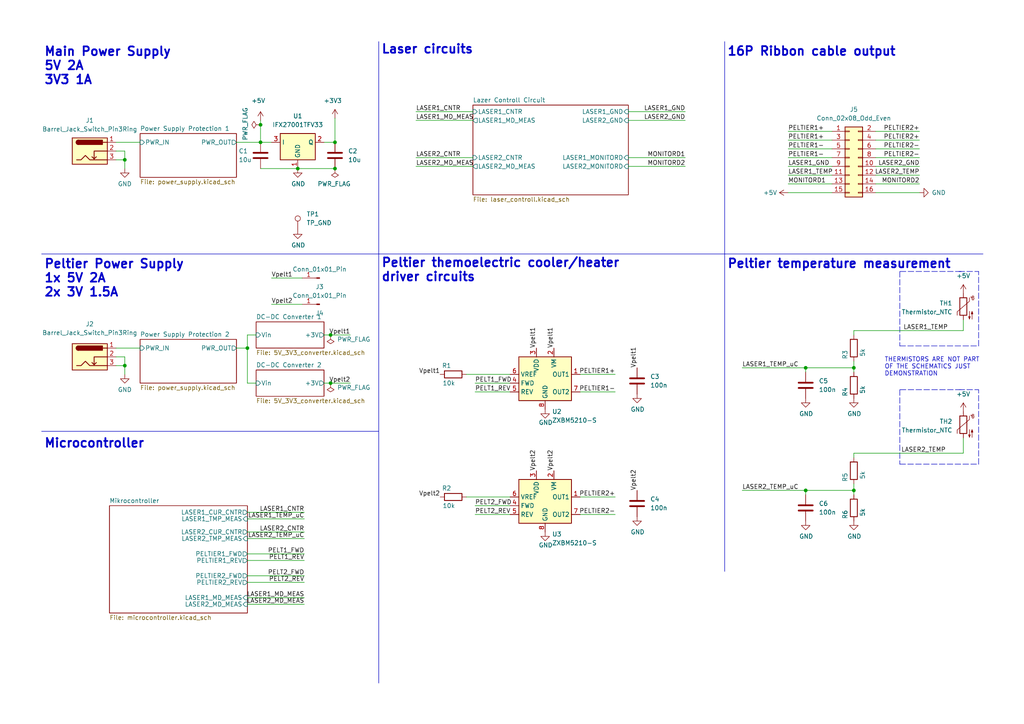
<source format=kicad_sch>
(kicad_sch (version 20230121) (generator eeschema)
  (paper "A4")
  (title_block (title "Laser controller board (Project Sheet)") (date "2023-06-27") (rev "R3.0") (company "Designed by Márk Mihalik"))
  (lib_symbols
    (symbol "Connector:Barrel_Jack_Switch_Pin3Ring" (pin_names hide)
      (property "Reference" "J" (at 0 5.334 0))
      (property "Value" "Barrel_Jack_Switch_Pin3Ring" (at 0 -5.08 0))
      (symbol "Barrel_Jack_Switch_Pin3Ring_0_1"
        (rectangle (start -5.08 3.81) (end 5.08 -3.81) (stroke (width 0.254)) (fill (type background)))
        (arc (start -3.302 3.175) (mid -3.9343 2.54) (end -3.302 1.905) (stroke (width 0.254)))
        (arc (start -3.302 3.175) (mid -3.9343 2.54) (end -3.302 1.905) (stroke (width 0.254)) (fill (type outline)))
        (polyline (pts (xy 1.27 -2.286) (xy 1.905 -1.651)) (stroke (width 0.254)))
        (polyline (pts (xy 5.08 2.54) (xy 3.81 2.54)) (stroke (width 0.254)))
        (polyline (pts (xy 5.08 0) (xy 1.27 0) (xy 1.27 -2.286) (xy 0.635 -1.651)) (stroke (width 0.254)))
        (polyline (pts (xy -3.81 -2.54) (xy -2.54 -2.54) (xy -1.27 -1.27) (xy 0 -2.54) (xy 2.54 -2.54) (xy 5.08 -2.54)) (stroke (width 0.254)))
        (rectangle (start 3.683 3.175) (end -3.302 1.905) (stroke (width 0.254)) (fill (type outline)))
      )
      (symbol "Barrel_Jack_Switch_Pin3Ring_1_1"
        (pin passive line (at 7.62 2.54 180) (length 2.54) (name "~") (number "1"))
        (pin passive line (at 7.62 0 180) (length 2.54) (name "~") (number "2"))
        (pin passive line (at 7.62 -2.54 180) (length 2.54) (name "~") (number "3"))
      )
    )
    (symbol "Connector:Conn_01x01_Pin" (pin_names (offset 1.016) hide)
      (property "Reference" "J" (at 0 2.54 0))
      (property "Value" "Conn_01x01_Pin" (at 0 -2.54 0))
      (symbol "Conn_01x01_Pin_1_1"
        (polyline (pts (xy 1.27 0) (xy 0.8636 0)) (stroke (width 0.1524)))
        (rectangle (start 0.8636 0.127) (end 0 -0.127) (stroke (width 0.1524)) (fill (type outline)))
        (pin passive line (at 5.08 0 180) (length 3.81) (name "Pin_1") (number "1"))
      )
    )
    (symbol "Connector:TestPoint" (pin_numbers hide) (pin_names (offset 0.762) hide)
      (property "Reference" "TP" (at 0 6.858 0))
      (property "Value" "TestPoint" (at 0 5.08 0))
      (symbol "TestPoint_0_1"
        (circle (center 0 3.302) (radius 0.762))
      )
      (symbol "TestPoint_1_1"
        (pin passive line (at 0 0 90) (length 2.54) (name "1") (number "1"))
      )
    )
    (symbol "Connector_Generic:Conn_02x08_Odd_Even" (pin_names (offset 1.016) hide)
      (property "Reference" "J" (at 1.27 10.16 0))
      (property "Value" "Conn_02x08_Odd_Even" (at 1.27 -12.7 0))
      (symbol "Conn_02x08_Odd_Even_1_1"
        (rectangle (start -1.27 -10.033) (end 0 -10.287) (stroke (width 0.1524)))
        (rectangle (start -1.27 -7.493) (end 0 -7.747) (stroke (width 0.1524)))
        (rectangle (start -1.27 -4.953) (end 0 -5.207) (stroke (width 0.1524)))
        (rectangle (start -1.27 -2.413) (end 0 -2.667) (stroke (width 0.1524)))
        (rectangle (start -1.27 0.127) (end 0 -0.127) (stroke (width 0.1524)))
        (rectangle (start -1.27 2.667) (end 0 2.413) (stroke (width 0.1524)))
        (rectangle (start -1.27 5.207) (end 0 4.953) (stroke (width 0.1524)))
        (rectangle (start -1.27 7.747) (end 0 7.493) (stroke (width 0.1524)))
        (rectangle (start -1.27 8.89) (end 3.81 -11.43) (stroke (width 0.254)) (fill (type background)))
        (rectangle (start 3.81 -10.033) (end 2.54 -10.287) (stroke (width 0.1524)))
        (rectangle (start 3.81 -7.493) (end 2.54 -7.747) (stroke (width 0.1524)))
        (rectangle (start 3.81 -4.953) (end 2.54 -5.207) (stroke (width 0.1524)))
        (rectangle (start 3.81 -2.413) (end 2.54 -2.667) (stroke (width 0.1524)))
        (rectangle (start 3.81 0.127) (end 2.54 -0.127) (stroke (width 0.1524)))
        (rectangle (start 3.81 2.667) (end 2.54 2.413) (stroke (width 0.1524)))
        (rectangle (start 3.81 5.207) (end 2.54 4.953) (stroke (width 0.1524)))
        (rectangle (start 3.81 7.747) (end 2.54 7.493) (stroke (width 0.1524)))
        (pin passive line (at -5.08 7.62 0) (length 3.81) (name "Pin_1") (number "1"))
        (pin passive line (at 7.62 -2.54 180) (length 3.81) (name "Pin_10") (number "10"))
        (pin passive line (at -5.08 -5.08 0) (length 3.81) (name "Pin_11") (number "11"))
        (pin passive line (at 7.62 -5.08 180) (length 3.81) (name "Pin_12") (number "12"))
        (pin passive line (at -5.08 -7.62 0) (length 3.81) (name "Pin_13") (number "13"))
        (pin passive line (at 7.62 -7.62 180) (length 3.81) (name "Pin_14") (number "14"))
        (pin passive line (at -5.08 -10.16 0) (length 3.81) (name "Pin_15") (number "15"))
        (pin passive line (at 7.62 -10.16 180) (length 3.81) (name "Pin_16") (number "16"))
        (pin passive line (at 7.62 7.62 180) (length 3.81) (name "Pin_2") (number "2"))
        (pin passive line (at -5.08 5.08 0) (length 3.81) (name "Pin_3") (number "3"))
        (pin passive line (at 7.62 5.08 180) (length 3.81) (name "Pin_4") (number "4"))
        (pin passive line (at -5.08 2.54 0) (length 3.81) (name "Pin_5") (number "5"))
        (pin passive line (at 7.62 2.54 180) (length 3.81) (name "Pin_6") (number "6"))
        (pin passive line (at -5.08 0 0) (length 3.81) (name "Pin_7") (number "7"))
        (pin passive line (at 7.62 0 180) (length 3.81) (name "Pin_8") (number "8"))
        (pin passive line (at -5.08 -2.54 0) (length 3.81) (name "Pin_9") (number "9"))
      )
    )
    (symbol "Device:C" (pin_numbers hide) (pin_names (offset 0.254))
      (property "Reference" "C" (at 0.635 2.54 0))
      (property "Value" "C" (at 0.635 -2.54 0))
      (symbol "C_0_1"
        (polyline (pts (xy -2.032 -0.762) (xy 2.032 -0.762)) (stroke (width 0.508)))
        (polyline (pts (xy -2.032 0.762) (xy 2.032 0.762)) (stroke (width 0.508)))
      )
      (symbol "C_1_1"
        (pin passive line (at 0 3.81 270) (length 2.794) (name "~") (number "1"))
        (pin passive line (at 0 -3.81 90) (length 2.794) (name "~") (number "2"))
      )
    )
    (symbol "Device:R" (pin_numbers hide) (pin_names (offset 0))
      (property "Reference" "R" (at 2.032 0 90))
      (property "Value" "R" (at 0 0 90))
      (symbol "R_0_1"
        (rectangle (start -1.016 -2.54) (end 1.016 2.54) (stroke (width 0.254)))
      )
      (symbol "R_1_1"
        (pin passive line (at 0 3.81 270) (length 1.27) (name "~") (number "1"))
        (pin passive line (at 0 -3.81 90) (length 1.27) (name "~") (number "2"))
      )
    )
    (symbol "Device:Thermistor_NTC" (pin_numbers hide) (pin_names (offset 0))
      (property "Reference" "TH" (at -4.445 0 90))
      (property "Value" "Thermistor_NTC" (at 3.175 0 90))
      (symbol "Thermistor_NTC_0_1"
        (arc (start -3.048 2.159) (mid -3.0505 2.3165) (end -3.175 2.413))
        (arc (start -3.048 2.159) (mid -2.9736 1.9794) (end -2.794 1.905))
        (arc (start -3.048 2.794) (mid -2.9736 2.6144) (end -2.794 2.54))
        (arc (start -2.794 1.905) (mid -2.6144 1.9794) (end -2.54 2.159))
        (arc (start -2.794 2.54) (mid -2.434 2.5608) (end -2.159 2.794))
        (arc (start -2.794 3.048) (mid -2.9736 2.9736) (end -3.048 2.794))
        (arc (start -2.54 2.794) (mid -2.6144 2.9736) (end -2.794 3.048))
        (rectangle (start -1.016 2.54) (end 1.016 -2.54) (stroke (width 0.254)))
        (polyline (pts (xy -2.54 2.159) (xy -2.54 2.794)))
        (polyline (pts (xy -1.778 2.54) (xy -1.778 1.524) (xy 1.778 -1.524) (xy 1.778 -2.54)))
        (polyline (pts (xy -2.54 -3.683) (xy -2.54 -1.397) (xy -2.794 -2.159) (xy -2.286 -2.159) (xy -2.54 -1.397) (xy -2.54 -1.651)) (fill (type outline)))
        (polyline (pts (xy -1.778 -1.397) (xy -1.778 -3.683) (xy -2.032 -2.921) (xy -1.524 -2.921) (xy -1.778 -3.683) (xy -1.778 -3.429)) (fill (type outline)))
      )
      (symbol "Thermistor_NTC_1_1"
        (pin passive line (at 0 3.81 270) (length 1.27) (name "~") (number "1"))
        (pin passive line (at 0 -3.81 90) (length 1.27) (name "~") (number "2"))
      )
    )
    (symbol "Driver_Motor:ZXBM5210-S"
      (property "Reference" "U" (at -7.62 8.89 0))
      (property "Value" "ZXBM5210-S" (at 10.16 8.89 0))
      (symbol "ZXBM5210-S_0_0"
        (pin output line (at 10.16 2.54 180) (length 2.54) (name "OUT1") (number "1"))
        (pin power_in line (at 2.54 10.16 270) (length 2.54) (name "VM") (number "2"))
        (pin power_in line (at -2.54 10.16 270) (length 2.54) (name "VDD") (number "3"))
        (pin input line (at -10.16 0 0) (length 2.54) (name "FWD") (number "4"))
        (pin input line (at -10.16 -2.54 0) (length 2.54) (name "REV") (number "5"))
        (pin input line (at -10.16 2.54 0) (length 2.54) (name "VREF") (number "6"))
        (pin output line (at 10.16 -2.54 180) (length 2.54) (name "OUT2") (number "7"))
        (pin power_in line (at 0 -7.62 90) (length 2.54) (name "GND") (number "8"))
      )
      (symbol "ZXBM5210-S_0_1"
        (rectangle (start -7.62 7.62) (end 7.62 -5.08) (stroke (width 0.254)) (fill (type background)))
      )
    )
    (symbol "Regulator_Linear:IFX27001TFV33"
      (property "Reference" "U" (at 0 6.35 0))
      (property "Value" "IFX27001TFV33" (at 0 3.81 0))
      (symbol "IFX27001TFV33_1_1"
        (rectangle (start -5.08 2.54) (end 5.08 -5.08) (stroke (width 0.254)) (fill (type background)))
        (pin power_in line (at 0 -7.62 90) (length 2.54) (name "GND") (number "1"))
        (pin power_out line (at 7.62 0 180) (length 2.54) (name "Q") (number "2"))
        (pin power_in line (at -7.62 0 0) (length 2.54) (name "I") (number "3"))
      )
    )
    (symbol "power:+3V3" (power) (pin_names (offset 0))
      (property "Value" "+3V3" (at 0 3.556 0))
      (symbol "+3V3_0_1"
        (polyline (pts (xy -0.762 1.27) (xy 0 2.54)))
        (polyline (pts (xy 0 0) (xy 0 2.54)))
        (polyline (pts (xy 0 2.54) (xy 0.762 1.27)))
      )
      (symbol "+3V3_1_1"
        (pin power_in line (at 0 0 90) (length 0) hide (name "+3V3") (number "1"))
      )
    )
    (symbol "power:+5V" (power) (pin_names (offset 0))
      (property "Value" "+5V" (at 0 3.556 0))
      (symbol "+5V_0_1"
        (polyline (pts (xy -0.762 1.27) (xy 0 2.54)))
        (polyline (pts (xy 0 0) (xy 0 2.54)))
        (polyline (pts (xy 0 2.54) (xy 0.762 1.27)))
      )
      (symbol "+5V_1_1"
        (pin power_in line (at 0 0 90) (length 0) hide (name "+5V") (number "1"))
      )
    )
    (symbol "power:GND" (power) (pin_names (offset 0))
      (property "Value" "GND" (at 0 -3.81 0))
      (symbol "GND_0_1"
        (polyline (pts (xy 0 0) (xy 0 -1.27) (xy 1.27 -1.27) (xy 0 -2.54) (xy -1.27 -1.27) (xy 0 -1.27)))
      )
      (symbol "GND_1_1"
        (pin power_in line (at 0 0 270) (length 0) hide (name "GND") (number "1"))
      )
    )
    (symbol "power:PWR_FLAG" (power) (pin_numbers hide) (pin_names (offset 0) hide)
      (property "Value" "PWR_FLAG" (at 0 3.81 0))
      (symbol "PWR_FLAG_0_0"
        (pin power_out line (at 0 0 90) (length 0) (name "pwr") (number "1"))
      )
      (symbol "PWR_FLAG_0_1"
        (polyline (pts (xy 0 0) (xy 0 1.27) (xy -1.016 1.905) (xy 0 2.54) (xy 1.016 1.905) (xy 0 1.27)))
      )
    )
  )
  (junction (at 97.155 48.895))
  (junction (at 233.68 106.68))
  (junction (at 36.195 106.045))
  (junction (at 86.36 48.895))
  (junction (at 247.65 142.24))
  (junction (at 247.65 106.68))
  (junction (at 75.565 41.275))
  (junction (at 71.755 100.965))
  (junction (at 75.565 36.195))
  (junction (at 95.885 97.155))
  (junction (at 36.195 46.355))
  (junction (at 233.68 142.24))
  (junction (at 97.155 41.275))
  (junction (at 95.885 111.125))
  (wire (pts (xy 95.885 97.155) (xy 101.6 97.155)))
  (wire (pts (xy 233.68 142.24) (xy 247.65 142.24)))
  (polyline (pts (xy 260.985 78.74) (xy 260.985 100.33)) (stroke (width 0) (type dash)))
  (wire (pts (xy 168.275 149.225) (xy 178.435 149.225)))
  (wire (pts (xy 97.155 34.29) (xy 97.155 41.275)))
  (wire (pts (xy 279.4 127) (xy 279.4 131.445)))
  (wire (pts (xy 78.74 80.645) (xy 87.63 80.645)))
  (wire (pts (xy 241.3 48.26) (xy 228.6 48.26)))
  (wire (pts (xy 78.74 88.265) (xy 87.63 88.265)))
  (wire (pts (xy 36.195 48.895) (xy 36.195 46.355)))
  (wire (pts (xy 241.3 38.1) (xy 228.6 38.1)))
  (wire (pts (xy 68.58 41.275) (xy 75.565 41.275)))
  (wire (pts (xy 71.755 150.495) (xy 88.265 150.495)))
  (wire (pts (xy 247.65 104.775) (xy 247.65 106.68)))
  (wire (pts (xy 71.755 173.355) (xy 88.265 173.355)))
  (wire (pts (xy 71.755 100.965) (xy 68.58 100.965)))
  (polyline (pts (xy 260.985 100.33) (xy 283.845 100.33)) (stroke (width 0) (type dash)))
  (wire (pts (xy 254 40.64) (xy 266.7 40.64)))
  (wire (pts (xy 247.65 131.445) (xy 279.4 131.445)))
  (polyline (pts (xy 283.845 100.33) (xy 283.845 78.74)) (stroke (width 0) (type dash)))
  (wire (pts (xy 247.65 142.24) (xy 247.65 143.51)))
  (wire (pts (xy 71.755 167.005) (xy 88.265 167.005)))
  (wire (pts (xy 33.655 103.505) (xy 36.195 103.505)))
  (polyline (pts (xy 260.985 113.03) (xy 260.985 134.62)) (stroke (width 0) (type dash)))
  (wire (pts (xy 33.655 46.355) (xy 36.195 46.355)))
  (wire (pts (xy 254 45.72) (xy 266.7 45.72)))
  (wire (pts (xy 228.6 53.34) (xy 241.3 53.34)))
  (wire (pts (xy 74.295 97.155) (xy 71.755 97.155)))
  (wire (pts (xy 137.16 32.385) (xy 120.65 32.385)))
  (wire (pts (xy 75.565 41.275) (xy 78.74 41.275)))
  (polyline (pts (xy 109.855 12.065) (xy 109.855 73.66)))
  (wire (pts (xy 241.3 40.64) (xy 228.6 40.64)))
  (wire (pts (xy 135.255 144.145) (xy 147.955 144.145)))
  (wire (pts (xy 247.65 106.68) (xy 233.68 106.68)))
  (polyline (pts (xy 12.065 125.095) (xy 109.855 125.095)))
  (wire (pts (xy 71.755 162.56) (xy 88.265 162.56)))
  (wire (pts (xy 168.275 113.665) (xy 178.435 113.665)))
  (wire (pts (xy 215.265 142.24) (xy 233.68 142.24)))
  (wire (pts (xy 93.98 111.125) (xy 95.885 111.125)))
  (wire (pts (xy 137.795 146.685) (xy 147.955 146.685)))
  (wire (pts (xy 254 50.8) (xy 266.7 50.8)))
  (wire (pts (xy 254 38.1) (xy 266.7 38.1)))
  (polyline (pts (xy 283.845 134.62) (xy 283.845 113.03)) (stroke (width 0) (type dash)))
  (wire (pts (xy 247.65 106.68) (xy 247.65 107.95)))
  (polyline (pts (xy 12.065 73.66) (xy 109.855 73.66)))
  (wire (pts (xy 168.275 108.585) (xy 178.435 108.585)))
  (wire (pts (xy 254 53.34) (xy 266.7 53.34)))
  (wire (pts (xy 93.98 97.155) (xy 95.885 97.155)))
  (wire (pts (xy 75.565 34.925) (xy 75.565 36.195)))
  (wire (pts (xy 75.565 48.895) (xy 86.36 48.895)))
  (wire (pts (xy 71.755 154.305) (xy 88.265 154.305)))
  (polyline (pts (xy 210.185 12.065) (xy 210.185 165.735)))
  (wire (pts (xy 241.3 45.72) (xy 228.6 45.72)))
  (wire (pts (xy 33.655 41.275) (xy 40.64 41.275)))
  (wire (pts (xy 71.755 156.21) (xy 88.265 156.21)))
  (polyline (pts (xy 278.765 78.74) (xy 260.985 78.74)) (stroke (width 0) (type dash)))
  (wire (pts (xy 33.655 43.815) (xy 36.195 43.815)))
  (wire (pts (xy 33.655 100.965) (xy 40.64 100.965)))
  (polyline (pts (xy 278.13 78.74) (xy 283.845 78.74)) (stroke (width 0) (type dash)))
  (wire (pts (xy 241.3 50.8) (xy 228.6 50.8)))
  (wire (pts (xy 233.68 143.51) (xy 233.68 142.24)))
  (wire (pts (xy 86.36 48.895) (xy 97.155 48.895)))
  (wire (pts (xy 74.295 111.125) (xy 71.755 111.125)))
  (polyline (pts (xy 109.855 73.66) (xy 109.855 198.12)))
  (wire (pts (xy 71.755 160.655) (xy 88.265 160.655)))
  (wire (pts (xy 279.4 95.885) (xy 279.4 92.71)))
  (wire (pts (xy 266.7 55.88) (xy 254 55.88)))
  (wire (pts (xy 254 43.18) (xy 266.7 43.18)))
  (wire (pts (xy 198.755 32.385) (xy 182.245 32.385)))
  (wire (pts (xy 36.195 106.045) (xy 36.195 103.505)))
  (wire (pts (xy 36.195 108.585) (xy 36.195 106.045)))
  (wire (pts (xy 228.6 55.88) (xy 241.3 55.88)))
  (wire (pts (xy 137.795 111.125) (xy 147.955 111.125)))
  (wire (pts (xy 247.65 95.885) (xy 279.4 95.885)))
  (wire (pts (xy 93.98 41.275) (xy 97.155 41.275)))
  (wire (pts (xy 36.195 46.355) (xy 36.195 43.815)))
  (polyline (pts (xy 278.765 113.03) (xy 260.985 113.03)) (stroke (width 0) (type dash)))
  (wire (pts (xy 33.655 106.045) (xy 36.195 106.045)))
  (wire (pts (xy 247.65 140.335) (xy 247.65 142.24)))
  (wire (pts (xy 137.795 113.665) (xy 147.955 113.665)))
  (wire (pts (xy 71.755 148.59) (xy 88.265 148.59)))
  (wire (pts (xy 137.16 48.26) (xy 120.65 48.26)))
  (wire (pts (xy 75.565 36.195) (xy 75.565 41.275)))
  (wire (pts (xy 168.275 144.145) (xy 178.435 144.145)))
  (wire (pts (xy 247.65 131.445) (xy 247.65 132.715)))
  (polyline (pts (xy 210.185 73.66) (xy 285.115 73.66)))
  (wire (pts (xy 182.245 45.72) (xy 198.755 45.72)))
  (wire (pts (xy 71.755 168.91) (xy 88.265 168.91)))
  (wire (pts (xy 215.265 106.68) (xy 233.68 106.68)))
  (polyline (pts (xy 260.985 134.62) (xy 283.845 134.62)) (stroke (width 0) (type dash)))
  (wire (pts (xy 120.65 45.72) (xy 137.16 45.72)))
  (wire (pts (xy 137.795 149.225) (xy 147.955 149.225)))
  (polyline (pts (xy 278.13 113.03) (xy 283.845 113.03)) (stroke (width 0) (type dash)))
  (wire (pts (xy 241.3 43.18) (xy 228.6 43.18)))
  (wire (pts (xy 95.885 111.125) (xy 101.6 111.125)))
  (wire (pts (xy 198.755 34.925) (xy 182.245 34.925)))
  (wire (pts (xy 120.65 34.925) (xy 137.16 34.925)))
  (wire (pts (xy 71.755 111.125) (xy 71.755 100.965)))
  (wire (pts (xy 182.245 48.26) (xy 198.755 48.26)))
  (polyline (pts (xy 109.855 73.66) (xy 210.185 73.66)))
  (wire (pts (xy 135.255 108.585) (xy 147.955 108.585)))
  (wire (pts (xy 71.755 97.155) (xy 71.755 100.965)))
  (wire (pts (xy 233.68 106.68) (xy 233.68 107.95)))
  (wire (pts (xy 71.755 175.26) (xy 88.265 175.26)))
  (wire (pts (xy 247.65 97.155) (xy 247.65 95.885)))
  (wire (pts (xy 254 48.26) (xy 266.7 48.26)))
  (text "Peltier themoelectric cooler/heater\ndriver circuits" (at 110.49 81.915 0) (effects (font (size 2.54 2.54) (thickness 0.508) bold) (justify left bottom)))
  (text "16P Ribbon cable output" (at 210.82 16.51 0) (effects (font (size 2.54 2.54) (thickness 0.508) bold) (justify left bottom)))
  (text "Microcontroller" (at 12.7 130.175 0) (effects (font (size 2.54 2.54) (thickness 0.508) bold) (justify left bottom)))
  (text "Peltier Power Supply\n1x 5V 2A \n2x 3V 1.5A" (at 12.7 86.36 0) (effects (font (size 2.54 2.54) (thickness 0.508) bold) (justify left bottom)))
  (text "Main Power Supply\n5V 2A \n3V3 1A" (at 12.7 24.765 0) (effects (font (size 2.54 2.54) (thickness 0.508) bold) (justify left bottom)))
  (text "THERMISTORS ARE NOT PART \nOF THE SCHEMATICS JUST \nDEMONSTRATION\n" (at 256.54 109.22 0) (effects (font (size 1.27 1.27)) (justify left bottom)))
  (text "Peltier temperature measurement" (at 210.82 78.105 0) (effects (font (size 2.54 2.54) (thickness 0.508) bold) (justify left bottom)))
  (text "Laser circuits" (at 110.49 15.875 0) (effects (font (size 2.54 2.54) bold) (justify left bottom)))
  (label "LASER1_TEMP" (at 228.6 50.8 0))
  (label "PELTIER2+" (at 178.435 144.145 180))
  (label "PELTIER2+" (at 266.7 40.64 180))
  (label "Vpelt2" (at 155.575 136.525 90))
  (label "LASER2_TEMP" (at 274.32 131.445 180))
  (label "PELTIER1-" (at 228.6 43.18 0))
  (label "Vpelt1" (at 155.575 100.965 90))
  (label "Vpelt1" (at 101.6 97.155 180))
  (label "LASER1_GND" (at 198.755 32.385 180))
  (label "Vpelt1" (at 78.74 80.645 0))
  (label "Vpelt2" (at 160.655 136.525 90))
  (label "LASER1_TEMP_uC" (at 215.265 106.68 0))
  (label "PELT2_REV" (at 137.795 149.225 0))
  (label "LASER2_CNTR" (at 88.265 154.305 180))
  (label "PELT1_REV" (at 88.265 162.56 180))
  (label "LASER1_MD_MEAS" (at 120.65 34.925 0))
  (label "PELT1_FWD" (at 137.795 111.125 0))
  (label "MONITORD1" (at 198.755 45.72 180))
  (label "Vpelt1" (at 127.635 108.585 180))
  (label "PELTIER1-" (at 178.435 113.665 180))
  (label "LASER1_MD_MEAS" (at 88.265 173.355 180))
  (label "LASER1_TEMP" (at 274.955 95.885 180))
  (label "PELT2_REV" (at 88.265 168.91 180))
  (label "PELT1_REV" (at 137.795 113.665 0))
  (label "LASER1_GND" (at 228.6 48.26 0))
  (label "LASER1_CNTR" (at 88.265 148.59 180))
  (label "LASER2_CNTR" (at 120.65 45.72 0))
  (label "PELTIER1-" (at 228.6 45.72 0))
  (label "LASER2_GND" (at 266.7 48.26 180))
  (label "LASER2_MD_MEAS" (at 120.65 48.26 0))
  (label "LASER2_GND" (at 198.755 34.925 180))
  (label "PELT2_FWD" (at 88.265 167.005 180))
  (label "Vpelt2" (at 101.6 111.125 180))
  (label "PELT2_FWD" (at 137.795 146.685 0))
  (label "PELTIER1+" (at 178.435 108.585 180))
  (label "LASER1_TEMP_uC" (at 88.265 150.495 180))
  (label "MONITORD1" (at 228.6 53.34 0))
  (label "LASER2_TEMP_uC" (at 88.265 156.21 180))
  (label "PELTIER1+" (at 228.6 38.1 0))
  (label "LASER1_CNTR" (at 120.65 32.385 0))
  (label "MONITORD2" (at 266.7 53.34 180))
  (label "Vpelt1" (at 184.785 106.68 90))
  (label "LASER2_TEMP" (at 266.7 50.8 180))
  (label "MONITORD2" (at 198.755 48.26 180))
  (label "Vpelt2" (at 184.785 142.24 90))
  (label "PELTIER2-" (at 178.435 149.225 180))
  (label "PELTIER2-" (at 266.7 43.18 180))
  (label "Vpelt2" (at 78.74 88.265 0))
  (label "Vpelt1" (at 160.655 100.965 90))
  (label "PELTIER2-" (at 266.7 45.72 180))
  (label "PELT1_FWD" (at 88.265 160.655 180))
  (label "LASER2_MD_MEAS" (at 88.265 175.26 180))
  (label "LASER2_TEMP_uC" (at 215.265 142.24 0))
  (label "PELTIER2+" (at 266.7 38.1 180))
  (label "PELTIER1+" (at 228.6 40.64 0))
  (label "Vpelt2" (at 127.635 144.145 180))
  (symbol (lib_id "power:GND") (at 247.65 151.13 0) (unit 1)
    (property "Reference" "#PWR015" (effects hide))
    (property "Value" "GND" (at 245.745 155.575 0) (effects (justify left)))
  )
  (symbol (lib_id "Device:R") (at 131.445 144.145 90) (unit 1)
    (property "Reference" "R2" (at 129.54 141.605 90))
    (property "Value" "10k" (at 130.175 146.685 90))
    (property "Footprint" "Resistor_SMD:R_0805_2012Metric_Pad1.20x1.40mm_HandSolder" (effects hide))
    (property "Lomex" "80-54-49" (effects hide))
  )
  (symbol (lib_id "power:GND") (at 266.7 55.88 90) (mirror x) (unit 1)
    (property "Reference" "#PWR016" (effects hide))
    (property "Value" "GND" (at 274.32 55.88 90) (effects (justify left)))
  )
  (symbol (lib_id "power:GND") (at 158.115 118.745 0) (unit 1)
    (property "Reference" "#PWR07" (effects hide))
    (property "Value" "GND" (at 156.21 122.555 0) (effects (justify left)))
  )
  (symbol (lib_id "power:PWR_FLAG") (at 97.155 48.895 180) (unit 1)
    (property "Reference" "#FLG04" (effects hide))
    (property "Value" "PWR_FLAG" (at 92.075 53.34 0) (effects (justify right)))
  )
  (symbol (lib_id "power:GND") (at 184.785 149.86 0) (unit 1)
    (property "Reference" "#PWR010" (effects hide))
    (property "Value" "GND" (at 182.88 154.305 0) (effects (justify left)))
  )
  (symbol (lib_id "power:PWR_FLAG") (at 75.565 36.195 90) (unit 1)
    (property "Reference" "#FLG01" (effects hide))
    (property "Value" "PWR_FLAG" (at 71.12 31.115 0) (effects (justify right)))
  )
  (symbol (lib_id "Device:C") (at 75.565 45.085 0) (unit 1)
    (property "Reference" "C1" (at 69.215 43.815 0) (effects (justify left)))
    (property "Value" "10u" (at 69.215 46.355 0) (effects (justify left)))
    (property "Footprint" "Capacitor_SMD:C_0805_2012Metric_Pad1.18x1.45mm_HandSolder" (effects hide))
    (property "Lomex" "82-17-06" (effects hide))
  )
  (symbol (lib_id "Device:R") (at 247.65 136.525 180) (unit 1)
    (property "Reference" "R5" (at 245.11 138.43 90))
    (property "Value" "5k" (at 250.19 137.795 90))
    (property "Footprint" "Resistor_SMD:R_0805_2012Metric_Pad1.20x1.40mm_HandSolder" (effects hide))
    (property "Lomex" "80-54-49" (effects hide))
  )
  (symbol (lib_id "Device:Thermistor_NTC") (at 279.4 88.9 0) (mirror y) (unit 1) (in_bom no) (on_board no)
    (property "Reference" "TH1" (at 276.225 87.9474 0) (effects (justify left)))
    (property "Value" "Thermistor_NTC" (at 276.225 90.4874 0) (effects (justify left)))
  )
  (symbol (lib_id "Device:R") (at 247.65 111.76 180) (unit 1)
    (property "Reference" "R4" (at 245.11 113.665 90))
    (property "Value" "5k" (at 250.19 113.03 90))
    (property "Footprint" "Resistor_SMD:R_0805_2012Metric_Pad1.20x1.40mm_HandSolder" (effects hide))
    (property "Lomex" "80-54-49" (effects hide))
  )
  (symbol (lib_id "Connector:Conn_01x01_Pin") (at 92.71 80.645 180) (unit 1)
    (property "Reference" "J3" (at 92.71 83.185 0))
    (property "Value" "Conn_01x01_Pin" (at 92.71 78.105 0))
    (property "Footprint" "Connector_PinHeader_2.54mm:PinHeader_1x01_P2.54mm_Vertical" (effects hide))
  )
  (symbol (lib_id "power:GND") (at 158.115 154.305 0) (unit 1)
    (property "Reference" "#PWR08" (effects hide))
    (property "Value" "GND" (at 156.21 158.115 0) (effects (justify left)))
  )
  (symbol (lib_id "power:GND") (at 36.195 108.585 0) (unit 1)
    (property "Reference" "#PWR02" (effects hide))
    (property "Value" "GND" (at 36.195 113.03 0))
  )
  (symbol (lib_id "Connector:Barrel_Jack_Switch_Pin3Ring") (at 26.035 103.505 0) (unit 1)
    (property "Reference" "J2" (at 26.035 93.98 0))
    (property "Value" "Barrel_Jack_Switch_Pin3Ring" (at 26.035 96.52 0))
    (property "Footprint" "Connector_BarrelJack:BarrelJack_Horizontal" (effects hide))
    (property "Lomex" "43-07-67" (effects hide))
  )
  (symbol (lib_id "power:GND") (at 184.785 114.3 0) (unit 1)
    (property "Reference" "#PWR09" (effects hide))
    (property "Value" "GND" (at 182.88 118.745 0) (effects (justify left)))
  )
  (symbol (lib_id "Driver_Motor:ZXBM5210-S") (at 158.115 146.685 0) (unit 1)
    (property "Reference" "U3" (at 160.1344 154.94 0) (effects (justify left)))
    (property "Value" "ZXBM5210-S" (at 160.1344 157.48 0) (effects (justify left)))
    (property "Footprint" "Package_SO:SOIC-8_3.9x4.9mm_P1.27mm" (effects hide))
    (property "Datasheet" "https://www.diodes.com/assets/Datasheets/ZXBM5210.pdf" (effects hide))
    (property "Mouser" "621-ZXBM5210-S-13" (effects hide))
  )
  (symbol (lib_id "Regulator_Linear:IFX27001TFV33") (at 86.36 41.275 0) (unit 1)
    (property "Reference" "U1" (at 86.36 33.655 0))
    (property "Value" "IFX27001TFV33" (at 86.36 36.195 0))
    (property "Footprint" "Package_TO_SOT_SMD:TO-252-3_TabPin2" (effects hide))
    (property "Datasheet" "https://static6.arrow.com/aropdfconversion/dc75757ae45a88e5f69bdce3f2a651a5fe0ca07d/ifx27001_ds_10.pdf" (effects hide))
    (property "Replacement" "NCP1117DT33G" (effects hide))
    (property "Lomex" "89-25-59" (effects hide))
  )
  (symbol (lib_id "Device:Thermistor_NTC") (at 279.4 123.19 0) (mirror y) (unit 1) (in_bom no) (on_board no)
    (property "Reference" "TH2" (at 276.225 122.2374 0) (effects (justify left)))
    (property "Value" "Thermistor_NTC" (at 276.225 124.7774 0) (effects (justify left)))
  )
  (symbol (lib_id "Device:R") (at 247.65 100.965 180) (unit 1)
    (property "Reference" "R3" (at 245.11 102.87 90))
    (property "Value" "5k" (at 250.19 102.235 90))
    (property "Footprint" "Resistor_SMD:R_0805_2012Metric_Pad1.20x1.40mm_HandSolder" (effects hide))
    (property "Lomex" "80-54-49" (effects hide))
  )
  (symbol (lib_id "power:GND") (at 233.68 115.57 0) (unit 1)
    (property "Reference" "#PWR012" (effects hide))
    (property "Value" "GND" (at 231.775 120.015 0) (effects (justify left)))
  )
  (symbol (lib_id "power:+5V") (at 75.565 34.925 0) (unit 1)
    (property "Reference" "#PWR03" (effects hide))
    (property "Value" "+5V" (at 74.93 29.21 0))
  )
  (symbol (lib_id "Connector:Conn_01x01_Pin") (at 92.71 88.265 180) (unit 1)
    (property "Reference" "J4" (at 92.71 90.805 0))
    (property "Value" "Conn_01x01_Pin" (at 92.71 85.725 0))
    (property "Footprint" "Connector_PinHeader_2.54mm:PinHeader_1x01_P2.54mm_Vertical" (effects hide))
  )
  (symbol (lib_id "power:GND") (at 36.195 48.895 0) (unit 1)
    (property "Reference" "#PWR01" (effects hide))
    (property "Value" "GND" (at 36.195 53.34 0))
  )
  (symbol (lib_id "Connector:TestPoint") (at 86.36 66.675 0) (unit 1)
    (property "Reference" "TP1" (at 88.9 62.1029 0) (effects (justify left)))
    (property "Value" "TP_GND" (at 88.9 64.6429 0) (effects (justify left)))
    (property "Footprint" "Connector_PinHeader_2.54mm:PinHeader_1x01_P2.54mm_Vertical" (effects hide))
  )
  (symbol (lib_id "power:GND") (at 86.36 48.895 0) (unit 1)
    (property "Reference" "#PWR04" (effects hide))
    (property "Value" "GND" (at 84.455 53.34 0) (effects (justify left)))
  )
  (symbol (lib_id "Driver_Motor:ZXBM5210-S") (at 158.115 111.125 0) (unit 1)
    (property "Reference" "U2" (at 160.1344 119.38 0) (effects (justify left)))
    (property "Value" "ZXBM5210-S" (at 160.1344 121.92 0) (effects (justify left)))
    (property "Footprint" "Package_SO:SOIC-8_3.9x4.9mm_P1.27mm" (effects hide))
    (property "Datasheet" "https://www.diodes.com/assets/Datasheets/ZXBM5210.pdf" (effects hide))
    (property "Mouser" "621-ZXBM5210-S-13" (effects hide))
  )
  (symbol (lib_id "power:GND") (at 247.65 115.57 0) (unit 1)
    (property "Reference" "#PWR014" (effects hide))
    (property "Value" "GND" (at 245.745 120.015 0) (effects (justify left)))
  )
  (symbol (lib_id "power:+5V") (at 279.4 85.09 0) (unit 1)
    (property "Reference" "#PWR017" (effects hide))
    (property "Value" "+5V" (at 279.4 80.01 0))
  )
  (symbol (lib_id "power:+3V3") (at 97.155 34.29 0) (unit 1)
    (property "Reference" "#PWR06" (effects hide))
    (property "Value" "+3V3" (at 96.52 29.21 0))
  )
  (symbol (lib_id "power:+5V") (at 228.6 55.88 90) (mirror x) (unit 1)
    (property "Reference" "#PWR011" (effects hide))
    (property "Value" "+5V" (at 225.425 55.8799 90) (effects (justify left)))
  )
  (symbol (lib_id "Device:C") (at 97.155 45.085 0) (unit 1)
    (property "Reference" "C2" (at 100.965 43.8149 0) (effects (justify left)))
    (property "Value" "10u" (at 100.965 46.3549 0) (effects (justify left)))
    (property "Footprint" "Capacitor_SMD:C_0805_2012Metric_Pad1.18x1.45mm_HandSolder" (effects hide))
    (property "Lomex" "82-17-06" (effects hide))
  )
  (symbol (lib_id "Device:C") (at 184.785 146.05 0) (unit 1)
    (property "Reference" "C4" (at 188.595 144.7799 0) (effects (justify left)))
    (property "Value" "100n" (at 188.595 147.3199 0) (effects (justify left)))
    (property "Footprint" "Capacitor_SMD:C_0805_2012Metric_Pad1.18x1.45mm_HandSolder" (effects hide))
    (property "Lomex" "82-13-46" (effects hide))
  )
  (symbol (lib_id "Device:C") (at 184.785 110.49 0) (unit 1)
    (property "Reference" "C3" (at 188.595 109.2199 0) (effects (justify left)))
    (property "Value" "100n" (at 188.595 111.7599 0) (effects (justify left)))
    (property "Footprint" "Capacitor_SMD:C_0805_2012Metric_Pad1.18x1.45mm_HandSolder" (effects hide))
    (property "Lomex" "82-13-46" (effects hide))
  )
  (symbol (lib_id "Device:R") (at 131.445 108.585 90) (unit 1)
    (property "Reference" "R1" (at 129.54 106.045 90))
    (property "Value" "10k" (at 130.175 111.125 90))
    (property "Footprint" "Resistor_SMD:R_0805_2012Metric_Pad1.20x1.40mm_HandSolder" (effects hide))
    (property "Lomex" "80-54-49" (effects hide))
  )
  (symbol (lib_id "power:PWR_FLAG") (at 95.885 111.125 180) (unit 1)
    (property "Reference" "#FLG03" (effects hide))
    (property "Value" "PWR_FLAG" (at 97.79 112.3949 0) (effects (justify right)))
  )
  (symbol (lib_id "Device:C") (at 233.68 111.76 0) (unit 1)
    (property "Reference" "C5" (at 237.49 110.4899 0) (effects (justify left)))
    (property "Value" "100n" (at 237.49 113.0299 0) (effects (justify left)))
    (property "Footprint" "Capacitor_SMD:C_0805_2012Metric_Pad1.18x1.45mm_HandSolder" (effects hide))
    (property "Lomex" "82-13-46" (effects hide))
  )
  (symbol (lib_id "Connector_Generic:Conn_02x08_Odd_Even") (at 246.38 45.72 0) (unit 1)
    (property "Reference" "J5" (at 247.65 31.75 0))
    (property "Value" "Conn_02x08_Odd_Even" (at 247.65 34.29 0))
    (property "Footprint" "Connector_IDC:IDC-Header_2x08_P2.54mm_Latch_Vertical" (effects hide))
    (property "Lomex" "43-01-07" (effects hide))
  )
  (symbol (lib_id "power:+5V") (at 279.4 119.38 0) (unit 1)
    (property "Reference" "#PWR018" (effects hide))
    (property "Value" "+5V" (at 279.4 114.3 0))
  )
  (symbol (lib_id "Connector:Barrel_Jack_Switch_Pin3Ring") (at 26.035 43.815 0) (unit 1)
    (property "Reference" "J1" (at 26.035 34.925 0))
    (property "Value" "Barrel_Jack_Switch_Pin3Ring" (at 26.035 37.465 0))
    (property "Footprint" "Connector_BarrelJack:BarrelJack_Horizontal" (effects hide))
    (property "Lomex" "43-07-67" (effects hide))
  )
  (symbol (lib_id "power:GND") (at 233.68 151.13 0) (unit 1)
    (property "Reference" "#PWR013" (effects hide))
    (property "Value" "GND" (at 231.775 155.575 0) (effects (justify left)))
  )
  (symbol (lib_id "Device:R") (at 247.65 147.32 180) (unit 1)
    (property "Reference" "R6" (at 245.11 149.225 90))
    (property "Value" "5k" (at 250.19 148.59 90))
    (property "Footprint" "Resistor_SMD:R_0805_2012Metric_Pad1.20x1.40mm_HandSolder" (effects hide))
    (property "Lomex" "80-54-49" (effects hide))
  )
  (symbol (lib_id "Device:C") (at 233.68 147.32 0) (unit 1)
    (property "Reference" "C6" (at 237.49 146.0499 0) (effects (justify left)))
    (property "Value" "100n" (at 237.49 148.5899 0) (effects (justify left)))
    (property "Footprint" "Capacitor_SMD:C_0805_2012Metric_Pad1.18x1.45mm_HandSolder" (effects hide))
    (property "Lomex" "82-13-46" (effects hide))
  )
  (symbol (lib_id "power:PWR_FLAG") (at 95.885 97.155 180) (unit 1)
    (property "Reference" "#FLG02" (effects hide))
    (property "Value" "PWR_FLAG" (at 97.79 98.4249 0) (effects (justify right)))
  )
  (symbol (lib_id "power:GND") (at 86.36 66.675 0) (unit 1)
    (property "Reference" "#PWR05" (effects hide))
    (property "Value" "GND" (at 84.455 71.12 0) (effects (justify left)))
  )
  (sheet (at 40.64 98.425) (size 27.94 12.7) (stroke (width 0.1524))
    (property "Sheetname" "Power Supply Protection 2" (at 40.64 97.7134 0) (effects (justify left bottom)))
    (property "Sheetfile" "power_supply.kicad_sch" (at 40.64 111.7096 0) (effects (justify left top)))
    (pin "PWR_IN" input (at 40.64 100.965 180))
    (pin "PWR_OUT" output (at 68.58 100.965 0))
  )
  (sheet (at 74.295 93.345) (size 19.685 7.62) (stroke (width 0.1524))
    (property "Sheetname" "DC-DC Converter 1" (at 74.295 92.6334 0) (effects (justify left bottom)))
    (property "Sheetfile" "5V_3V3_converter.kicad_sch" (at 74.295 101.5496 0) (effects (justify left top)))
    (pin "+3V" output (at 93.98 97.155 0))
    (pin "Vin" input (at 74.295 97.155 180))
  )
  (sheet (at 137.16 30.48) (size 45.085 26.035) (stroke (width 0.1524))
    (property "Sheetname" "Lazer Controll Circuit" (at 137.16 29.7684 0) (effects (justify left bottom)))
    (property "Sheetfile" "laser_controll.kicad_sch" (at 137.16 57.0996 0) (effects (justify left top)))
    (pin "LASER1_GND" input (at 182.245 32.385 0))
    (pin "LASER2_GND" input (at 182.245 34.925 0))
    (pin "LASER1_CNTR" input (at 137.16 32.385 180))
    (pin "LASER2_CNTR" input (at 137.16 45.72 180))
    (pin "LASER2_MD_MEAS" output (at 137.16 48.26 180))
    (pin "LASER2_MONITORD" input (at 182.245 48.26 0))
    (pin "LASER1_MONITORD" input (at 182.245 45.72 0))
    (pin "LASER1_MD_MEAS" output (at 137.16 34.925 180))
  )
  (sheet (at 31.75 146.685) (size 40.005 31.115) (stroke (width 0.1524))
    (property "Sheetname" "Mikrocontroller" (at 31.75 145.9734 0) (effects (justify left bottom)))
    (property "Sheetfile" "microcontroller.kicad_sch" (at 31.75 178.3846 0) (effects (justify left top)))
    (pin "LASER2_TMP_MEAS" input (at 71.755 156.21 0))
    (pin "PELTIER2_FWD" output (at 71.755 167.005 0))
    (pin "PELTIER2_REV" output (at 71.755 168.91 0))
    (pin "PELTIER1_FWD" output (at 71.755 160.655 0))
    (pin "PELTIER1_REV" output (at 71.755 162.56 0))
    (pin "LASER1_CUR_CNTR" output (at 71.755 148.59 0))
    (pin "LASER2_CUR_CNTR" output (at 71.755 154.305 0))
    (pin "LASER1_TMP_MEAS" input (at 71.755 150.495 0))
    (pin "LASER1_MD_MEAS" input (at 71.755 173.355 0))
    (pin "LASER2_MD_MEAS" input (at 71.755 175.26 0))
  )
  (sheet (at 40.64 38.735) (size 27.94 12.7) (stroke (width 0.1524))
    (property "Sheetname" "Power Supply Protection 1" (at 40.64 38.0234 0) (effects (justify left bottom)))
    (property "Sheetfile" "power_supply.kicad_sch" (at 40.64 52.0196 0) (effects (justify left top)))
    (pin "PWR_IN" input (at 40.64 41.275 180))
    (pin "PWR_OUT" output (at 68.58 41.275 0))
  )
  (sheet (at 74.295 107.315) (size 19.685 7.62) (stroke (width 0.1524))
    (property "Sheetname" "DC-DC Converter 2" (at 74.295 106.6034 0) (effects (justify left bottom)))
    (property "Sheetfile" "5V_3V3_converter.kicad_sch" (at 74.295 115.5196 0) (effects (justify left top)))
    (pin "Vin" input (at 74.295 111.125 180))
    (pin "+3V" output (at 93.98 111.125 0))
  )
)
</source>
